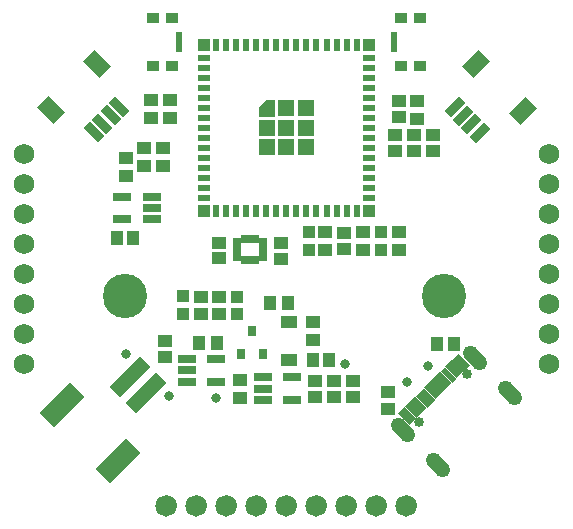
<source format=gbr>
%TF.GenerationSoftware,Altium Limited,Altium Designer,24.10.1 (45)*%
G04 Layer_Color=8388736*
%FSLAX45Y45*%
%MOMM*%
%TF.SameCoordinates,EEF0193C-C13F-4000-B0C4-A13F86DA6223*%
%TF.FilePolarity,Negative*%
%TF.FileFunction,Soldermask,Top*%
%TF.Part,Single*%
G01*
G75*
%TA.AperFunction,SMDPad,CuDef*%
%ADD11R,0.40000X0.40000*%
%ADD17R,0.55000X1.70000*%
%ADD18R,1.00000X0.90000*%
%ADD31R,0.80000X0.90000*%
%TA.AperFunction,NonConductor*%
%ADD59C,0.00000*%
%TA.AperFunction,BGAPad,CuDef*%
%ADD60R,1.40320X1.40320*%
%TA.AperFunction,ConnectorPad*%
%ADD61R,0.60320X1.00320*%
%ADD62R,1.00320X0.60320*%
%TA.AperFunction,SMDPad,CuDef*%
%ADD63R,1.00320X1.00320*%
%ADD64R,1.00320X1.00320*%
%ADD65R,1.20320X1.00320*%
%ADD66C,0.80320*%
%ADD67R,1.60320X0.80320*%
G04:AMPARAMS|DCode=68|XSize=1.2032mm|YSize=3.7032mm|CornerRadius=0mm|HoleSize=0mm|Usage=FLASHONLY|Rotation=315.000|XOffset=0mm|YOffset=0mm|HoleType=Round|Shape=Rectangle|*
%AMROTATEDRECTD68*
4,1,4,-1.73468,-0.88388,0.88388,1.73468,1.73468,0.88388,-0.88388,-1.73468,-1.73468,-0.88388,0.0*
%
%ADD68ROTATEDRECTD68*%

G04:AMPARAMS|DCode=69|XSize=1.7032mm|YSize=3.6032mm|CornerRadius=0mm|HoleSize=0mm|Usage=FLASHONLY|Rotation=315.000|XOffset=0mm|YOffset=0mm|HoleType=Round|Shape=Rectangle|*
%AMROTATEDRECTD69*
4,1,4,-1.87610,-0.67175,0.67175,1.87610,1.87610,0.67175,-0.67175,-1.87610,-1.87610,-0.67175,0.0*
%
%ADD69ROTATEDRECTD69*%

G04:AMPARAMS|DCode=70|XSize=1.75311mm|YSize=0.80315mm|CornerRadius=0mm|HoleSize=0mm|Usage=FLASHONLY|Rotation=315.000|XOffset=0mm|YOffset=0mm|HoleType=Round|Shape=Rectangle|*
%AMROTATEDRECTD70*
4,1,4,-0.90377,0.33586,-0.33586,0.90377,0.90377,-0.33586,0.33586,-0.90377,-0.90377,0.33586,0.0*
%
%ADD70ROTATEDRECTD70*%

G04:AMPARAMS|DCode=71|XSize=2.0033mm|YSize=1.4031mm|CornerRadius=0mm|HoleSize=0mm|Usage=FLASHONLY|Rotation=315.000|XOffset=0mm|YOffset=0mm|HoleType=Round|Shape=Rectangle|*
%AMROTATEDRECTD71*
4,1,4,-1.20434,0.21220,-0.21220,1.20434,1.20434,-0.21220,0.21220,-1.20434,-1.20434,0.21220,0.0*
%
%ADD71ROTATEDRECTD71*%

%ADD72R,0.75320X0.55320*%
%ADD73R,0.55320X0.75320*%
%ADD74R,1.20320X1.10320*%
%ADD75R,1.10320X1.20320*%
%ADD76R,1.00320X1.20320*%
%ADD77R,1.42320X1.11320*%
G04:AMPARAMS|DCode=78|XSize=0.77826mm|YSize=1.35331mm|CornerRadius=0mm|HoleSize=0mm|Usage=FLASHONLY|Rotation=45.000|XOffset=0mm|YOffset=0mm|HoleType=Round|Shape=Rectangle|*
%AMROTATEDRECTD78*
4,1,4,0.20331,-0.75362,-0.75362,0.20331,-0.20331,0.75362,0.75362,-0.20331,0.20331,-0.75362,0.0*
%
%ADD78ROTATEDRECTD78*%

G04:AMPARAMS|DCode=79|XSize=0.47828mm|YSize=1.35331mm|CornerRadius=0mm|HoleSize=0mm|Usage=FLASHONLY|Rotation=45.000|XOffset=0mm|YOffset=0mm|HoleType=Round|Shape=Rectangle|*
%AMROTATEDRECTD79*
4,1,4,0.30937,-0.64757,-0.64757,0.30937,-0.30937,0.64757,0.64757,-0.30937,0.30937,-0.64757,0.0*
%
%ADD79ROTATEDRECTD79*%

G04:AMPARAMS|DCode=80|XSize=2.0033mm|YSize=1.4031mm|CornerRadius=0mm|HoleSize=0mm|Usage=FLASHONLY|Rotation=225.000|XOffset=0mm|YOffset=0mm|HoleType=Round|Shape=Rectangle|*
%AMROTATEDRECTD80*
4,1,4,0.21220,1.20434,1.20434,0.21220,-0.21220,-1.20434,-1.20434,-0.21220,0.21220,1.20434,0.0*
%
%ADD80ROTATEDRECTD80*%

G04:AMPARAMS|DCode=81|XSize=1.75311mm|YSize=0.80315mm|CornerRadius=0mm|HoleSize=0mm|Usage=FLASHONLY|Rotation=225.000|XOffset=0mm|YOffset=0mm|HoleType=Round|Shape=Rectangle|*
%AMROTATEDRECTD81*
4,1,4,0.33586,0.90377,0.90377,0.33586,-0.33586,-0.90377,-0.90377,-0.33586,0.33586,0.90377,0.0*
%
%ADD81ROTATEDRECTD81*%

%TA.AperFunction,ComponentPad*%
%ADD82C,1.82321*%
%ADD83C,1.72720*%
%ADD84C,0.85319*%
G04:AMPARAMS|DCode=85|XSize=2.4191mm|YSize=1.31115mm|CornerRadius=0mm|HoleSize=0mm|Usage=FLASHONLY|Rotation=135.000|XOffset=0mm|YOffset=0mm|HoleType=Round|Shape=Round|*
%AMOVALD85*
21,1,1.10795,1.31115,0.00000,0.00000,135.0*
1,1,1.31115,0.39172,-0.39172*
1,1,1.31115,-0.39172,0.39172*
%
%ADD85OVALD85*%

%TA.AperFunction,ViaPad*%
%ADD86C,3.75320*%
G36*
X2317500Y3617500D02*
X2177500D01*
Y3692500D01*
X2242500Y3757500D01*
X2317500D01*
Y3617500D01*
D02*
G37*
D11*
X2247500Y3687500D02*
D03*
D17*
X1505000Y4250000D02*
D03*
X3322500D02*
D03*
D18*
X1442500Y4045000D02*
D03*
X1282500D02*
D03*
Y4455000D02*
D03*
X1442500D02*
D03*
X3385000D02*
D03*
X3545000D02*
D03*
Y4045000D02*
D03*
X3385000D02*
D03*
D31*
X2025000Y1607500D02*
D03*
X2215000D02*
D03*
X2120000Y1807500D02*
D03*
D59*
X1482606Y325000D02*
G03*
X1482606Y325000I-86106J0D01*
G01*
X1736606D02*
G03*
X1736606Y325000I-86106J0D01*
G01*
X1990606D02*
G03*
X1990606Y325000I-86106J0D01*
G01*
X2244606D02*
G03*
X2244606Y325000I-86106J0D01*
G01*
X2498606D02*
G03*
X2498606Y325000I-86106J0D01*
G01*
X2752606D02*
G03*
X2752606Y325000I-86106J0D01*
G01*
X3006606D02*
G03*
X3006606Y325000I-86106J0D01*
G01*
X3260606D02*
G03*
X3260606Y325000I-86106J0D01*
G01*
X3514606D02*
G03*
X3514606Y325000I-86106J0D01*
G01*
D60*
X2247500Y3522500D02*
D03*
Y3357500D02*
D03*
X2412500D02*
D03*
X2577500D02*
D03*
Y3522500D02*
D03*
Y3687500D02*
D03*
X2412500D02*
D03*
Y3522500D02*
D03*
D61*
X1817500Y4222500D02*
D03*
X1902500D02*
D03*
X1987500D02*
D03*
X2072500D02*
D03*
X2157500D02*
D03*
X2242500D02*
D03*
X2327500D02*
D03*
X2412500D02*
D03*
X2497500D02*
D03*
X2582500D02*
D03*
X2667500D02*
D03*
X2752500D02*
D03*
X2837500D02*
D03*
X2922500D02*
D03*
X3007500D02*
D03*
Y2822500D02*
D03*
X2922500D02*
D03*
X2837500D02*
D03*
X2752500D02*
D03*
X2667500D02*
D03*
X2582500D02*
D03*
X2497500D02*
D03*
X2412500D02*
D03*
X2327500D02*
D03*
X2242500D02*
D03*
X2157500D02*
D03*
X2072500D02*
D03*
X1987500D02*
D03*
X1902500D02*
D03*
X1817500D02*
D03*
D62*
X3112500Y4117500D02*
D03*
Y4032500D02*
D03*
Y3947500D02*
D03*
Y3862500D02*
D03*
Y3777500D02*
D03*
Y3692500D02*
D03*
Y3607500D02*
D03*
Y3522500D02*
D03*
Y3437500D02*
D03*
Y3352500D02*
D03*
Y3267500D02*
D03*
Y3182500D02*
D03*
Y3097500D02*
D03*
Y3012500D02*
D03*
Y2927500D02*
D03*
X1712500D02*
D03*
Y3012500D02*
D03*
Y3097500D02*
D03*
Y3182500D02*
D03*
Y3267500D02*
D03*
Y3352500D02*
D03*
Y3437500D02*
D03*
Y3522500D02*
D03*
Y3607500D02*
D03*
Y3692500D02*
D03*
Y3777500D02*
D03*
Y3862500D02*
D03*
Y3947500D02*
D03*
Y4032500D02*
D03*
Y4117500D02*
D03*
D63*
X3112500Y2822500D02*
D03*
Y4222500D02*
D03*
X1712500Y2822500D02*
D03*
Y4222500D02*
D03*
D64*
X1994992Y2095009D02*
D03*
X1994992Y1945008D02*
D03*
X1534992Y1947508D02*
D03*
Y2097508D02*
D03*
X3212508Y2637492D02*
D03*
Y2487492D02*
D03*
X2599992Y2490008D02*
D03*
Y2640008D02*
D03*
D65*
X1687500Y2095000D02*
D03*
Y1945000D02*
D03*
X1845000D02*
D03*
Y2095000D02*
D03*
X2020000Y1235000D02*
D03*
Y1385000D02*
D03*
X2640000Y1880000D02*
D03*
Y1730000D02*
D03*
X1267500Y3757500D02*
D03*
Y3607500D02*
D03*
X1425000Y3757500D02*
D03*
Y3607500D02*
D03*
X1052500Y3267500D02*
D03*
Y3117500D02*
D03*
X3060000Y2637500D02*
D03*
Y2487500D02*
D03*
X3362500Y2637500D02*
D03*
Y2487500D02*
D03*
X2740000Y2490000D02*
D03*
Y2640000D02*
D03*
X3520000Y3602500D02*
D03*
Y3752500D02*
D03*
X3272500Y1290000D02*
D03*
Y1140000D02*
D03*
X1210000Y3202500D02*
D03*
Y3352500D02*
D03*
X1367500Y3352500D02*
D03*
Y3202500D02*
D03*
D66*
X1420000Y1250000D02*
D03*
X3615000Y1510000D02*
D03*
X3432500Y1370000D02*
D03*
X1057500Y1612500D02*
D03*
X1820000Y1237500D02*
D03*
X2907500Y1520000D02*
D03*
D67*
X1567500Y1565000D02*
D03*
Y1470000D02*
D03*
Y1375000D02*
D03*
X1817500D02*
D03*
Y1565000D02*
D03*
X2462500Y1410000D02*
D03*
Y1220000D02*
D03*
X2212500D02*
D03*
Y1315000D02*
D03*
Y1410000D02*
D03*
X1272500Y2750000D02*
D03*
Y2845000D02*
D03*
Y2940000D02*
D03*
X1022500D02*
D03*
Y2750000D02*
D03*
D68*
X1085741Y1417163D02*
D03*
X1227163Y1275741D02*
D03*
D69*
X512985Y1176746D02*
D03*
X986746Y702985D02*
D03*
D70*
X854923Y3558355D02*
D03*
X925651Y3629084D02*
D03*
X996362Y3699794D02*
D03*
X784212Y3487645D02*
D03*
D71*
X812500Y4067500D02*
D03*
X416507Y3671506D02*
D03*
D72*
X1992500Y2567500D02*
D03*
Y2517500D02*
D03*
Y2467500D02*
D03*
Y2417500D02*
D03*
X2217500D02*
D03*
Y2467500D02*
D03*
Y2517500D02*
D03*
Y2567500D02*
D03*
D73*
X2055000Y2405000D02*
D03*
X2105000D02*
D03*
X2155000D02*
D03*
Y2580000D02*
D03*
X2105000D02*
D03*
X2055000D02*
D03*
D74*
X2655000Y1247500D02*
D03*
Y1382500D02*
D03*
X2975000Y1247500D02*
D03*
Y1382500D02*
D03*
X2815000Y1247500D02*
D03*
Y1382500D02*
D03*
X1382500Y1582500D02*
D03*
Y1717500D02*
D03*
X3652500Y3460000D02*
D03*
Y3325000D02*
D03*
X2902500Y2632500D02*
D03*
Y2497500D02*
D03*
X3362500Y3747500D02*
D03*
Y3612500D02*
D03*
X3492500Y3460000D02*
D03*
Y3325000D02*
D03*
X3332500Y3460000D02*
D03*
Y3325000D02*
D03*
X2370000Y2550000D02*
D03*
Y2415000D02*
D03*
X1842500Y2552500D02*
D03*
Y2417500D02*
D03*
D75*
X2770000Y1560000D02*
D03*
X2635000D02*
D03*
X1112500Y2592500D02*
D03*
X977500D02*
D03*
D76*
X1822500Y1702500D02*
D03*
X1672500D02*
D03*
X2427500Y2042500D02*
D03*
X2277500D02*
D03*
X3685000Y1697500D02*
D03*
X3835000D02*
D03*
D77*
X2437500Y1881000D02*
D03*
Y1554000D02*
D03*
D78*
X3888940Y1536440D02*
D03*
X3832382Y1479882D02*
D03*
X3492964Y1140464D02*
D03*
X3436407Y1083907D02*
D03*
D79*
X3786421Y1433921D02*
D03*
X3751057Y1398557D02*
D03*
X3715711Y1363211D02*
D03*
X3680346Y1327846D02*
D03*
X3645000Y1292500D02*
D03*
X3609636Y1257136D02*
D03*
X3574290Y1221790D02*
D03*
X3538925Y1186425D02*
D03*
D80*
X4021605Y4063712D02*
D03*
X4417599Y3667719D02*
D03*
D81*
X3837743Y3696007D02*
D03*
X4049893Y3483857D02*
D03*
X3979183Y3554568D02*
D03*
X3908454Y3625296D02*
D03*
D82*
X1396500Y325000D02*
D03*
X1650500D02*
D03*
X1904500D02*
D03*
X2158500D02*
D03*
X2412500D02*
D03*
X2666500D02*
D03*
X2920500D02*
D03*
X3174500D02*
D03*
X3428500D02*
D03*
D83*
X4640000Y3300500D02*
D03*
Y3046500D02*
D03*
Y2792500D02*
D03*
Y2538500D02*
D03*
Y2284500D02*
D03*
Y2030500D02*
D03*
Y1776500D02*
D03*
Y1522500D02*
D03*
X190000Y1522000D02*
D03*
Y1776000D02*
D03*
Y2030000D02*
D03*
Y2284000D02*
D03*
Y2538000D02*
D03*
Y2792000D02*
D03*
Y3046000D02*
D03*
Y3300000D02*
D03*
D84*
X3533335Y1029390D02*
D03*
X3941689Y1437744D02*
D03*
D85*
X3397863Y964038D02*
D03*
X4008808Y1574983D02*
D03*
X4304384Y1279407D02*
D03*
X3693440Y668462D02*
D03*
D86*
X3750000Y2100000D02*
D03*
X1050000D02*
D03*
%TF.MD5,e9fc1cf3da66aff96b83c403236c8e97*%
M02*

</source>
